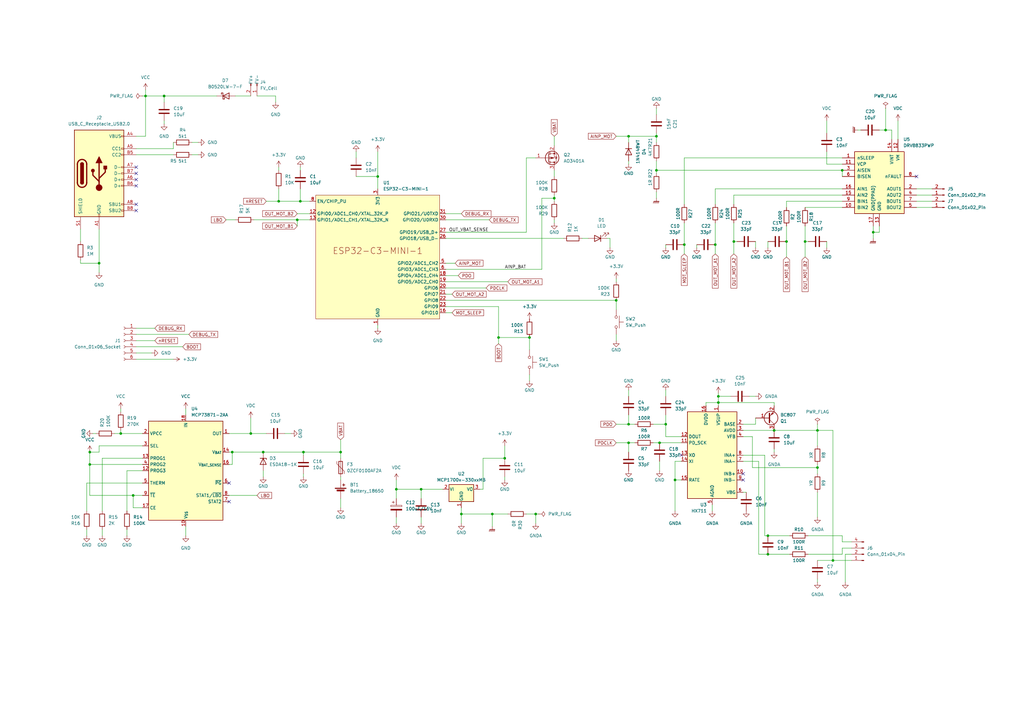
<source format=kicad_sch>
(kicad_sch (version 20230121) (generator eeschema)
  (paper "A3")
  (title_block (title "DPS krmítka"))
  (junction (at 102.87 177.8))
  (junction (at 335.28 176.53))
  (junction (at 204.47 138.43))
  (junction (at 317.5 176.53))
  (junction (at 294.64 162.56))
  (junction (at 189.23 210.82))
  (junction (at 314.96 219.71))
  (junction (at 273.05 173.99))
  (junction (at 335.28 191.77))
  (junction (at 269.24 55.88))
  (junction (at 269.24 69.85))
  (junction (at 322.58 99.06))
  (junction (at 300.99 99.06))
  (junction (at 293.37 100.33))
  (junction (at 294.64 165.1))
  (junction (at 257.81 181.61))
  (junction (at 257.81 173.99))
  (junction (at 139.7 185.42))
  (junction (at 49.53 177.8))
  (junction (at 217.17 138.43))
  (junction (at 252.73 123.19))
  (junction (at 95.25 185.42))
  (junction (at 162.56 200.66))
  (junction (at 363.22 53.34))
  (junction (at 345.44 69.85))
  (junction (at 36.83 190.5))
  (junction (at 280.67 100.33))
  (junction (at 172.72 200.66))
  (junction (at 154.94 72.39))
  (junction (at 121.92 90.17))
  (junction (at 330.2 99.06))
  (junction (at 257.81 55.88))
  (junction (at 124.46 185.42))
  (junction (at 107.95 185.42))
  (junction (at 341.63 229.87))
  (junction (at 358.14 95.25))
  (junction (at 67.31 39.37))
  (junction (at 123.19 82.55))
  (junction (at 40.64 107.95))
  (junction (at 59.69 39.37))
  (junction (at 201.93 210.82))
  (junction (at 54.61 203.2))
  (junction (at 219.71 210.82))
  (junction (at 207.01 187.96))
  (junction (at 270.51 181.61))
  (junction (at 114.3 82.55))
  (junction (at 276.86 196.85))
  (junction (at 36.83 185.42))
  (junction (at 227.33 81.28))
  (junction (at 314.96 227.33))
  (no_connect (at 93.98 198.12))
  (no_connect (at 279.4 186.69))
  (no_connect (at 55.88 86.36))
  (no_connect (at 55.88 73.66))
  (no_connect (at 304.8 196.85))
  (no_connect (at 55.88 68.58))
  (no_connect (at 93.98 205.74))
  (no_connect (at 304.8 194.31))
  (no_connect (at 55.88 71.12))
  (no_connect (at 55.88 76.2))
  (no_connect (at 375.92 72.39))
  (no_connect (at 55.88 83.82))
  (wire (pts (xy 317.5 176.53) (xy 335.28 176.53)))
  (wire (pts (xy 162.56 214.63) (xy 162.56 212.09)))
  (wire (pts (xy 335.28 191.77) (xy 335.28 190.5)))
  (wire (pts (xy 250.19 101.6) (xy 250.19 97.79)))
  (wire (pts (xy 58.42 187.96) (xy 41.91 187.96)))
  (wire (pts (xy 294.64 162.56) (xy 294.64 165.1)))
  (wire (pts (xy 105.41 39.37) (xy 113.03 39.37)))
  (wire (pts (xy 375.92 85.09) (xy 382.27 85.09)))
  (wire (pts (xy 46.99 177.8) (xy 49.53 177.8)))
  (wire (pts (xy 58.42 203.2) (xy 54.61 203.2)))
  (wire (pts (xy 330.2 99.06) (xy 330.2 92.71)))
  (wire (pts (xy 339.09 62.23) (xy 339.09 67.31)))
  (wire (pts (xy 227.33 81.28) (xy 227.33 80.01)))
  (wire (pts (xy 300.99 83.82) (xy 300.99 80.01)))
  (wire (pts (xy 322.58 92.71) (xy 322.58 99.06)))
  (wire (pts (xy 222.25 81.28) (xy 227.33 81.28)))
  (wire (pts (xy 36.83 190.5) (xy 36.83 203.2)))
  (wire (pts (xy 38.1 177.8) (xy 39.37 177.8)))
  (wire (pts (xy 200.66 90.17) (xy 182.88 90.17)))
  (wire (pts (xy 273.05 173.99) (xy 273.05 179.07)))
  (wire (pts (xy 339.09 67.31) (xy 345.44 67.31)))
  (wire (pts (xy 358.14 97.79) (xy 358.14 95.25)))
  (wire (pts (xy 227.33 91.44) (xy 227.33 90.17)))
  (wire (pts (xy 257.81 181.61) (xy 260.35 181.61)))
  (wire (pts (xy 95.25 185.42) (xy 107.95 185.42)))
  (wire (pts (xy 139.7 180.34) (xy 139.7 185.42)))
  (wire (pts (xy 345.44 219.71) (xy 331.47 219.71)))
  (wire (pts (xy 139.7 196.85) (xy 139.7 195.58)))
  (wire (pts (xy 113.03 41.91) (xy 113.03 39.37)))
  (wire (pts (xy 300.99 99.06) (xy 300.99 91.44)))
  (wire (pts (xy 257.81 55.88) (xy 269.24 55.88)))
  (wire (pts (xy 96.52 39.37) (xy 102.87 39.37)))
  (wire (pts (xy 154.94 134.62) (xy 154.94 133.35)))
  (wire (pts (xy 257.81 170.18) (xy 257.81 173.99)))
  (wire (pts (xy 280.67 100.33) (xy 280.67 104.14)))
  (wire (pts (xy 33.02 106.68) (xy 33.02 107.95)))
  (wire (pts (xy 349.25 227.33) (xy 346.71 227.33)))
  (wire (pts (xy 363.22 44.45) (xy 363.22 53.34)))
  (wire (pts (xy 358.14 95.25) (xy 358.14 92.71)))
  (wire (pts (xy 293.37 100.33) (xy 293.37 104.14)))
  (wire (pts (xy 217.17 138.43) (xy 217.17 143.51)))
  (wire (pts (xy 123.19 77.47) (xy 123.19 82.55)))
  (wire (pts (xy 67.31 41.91) (xy 67.31 39.37)))
  (wire (pts (xy 309.88 171.45) (xy 309.88 173.99)))
  (wire (pts (xy 289.56 166.37) (xy 289.56 165.1)))
  (wire (pts (xy 40.64 111.76) (xy 40.64 107.95)))
  (wire (pts (xy 365.76 53.34) (xy 365.76 57.15)))
  (wire (pts (xy 267.97 181.61) (xy 270.51 181.61)))
  (wire (pts (xy 207.01 187.96) (xy 198.12 187.96)))
  (wire (pts (xy 252.73 114.3) (xy 252.73 115.57)))
  (wire (pts (xy 49.53 177.8) (xy 58.42 177.8)))
  (wire (pts (xy 114.3 82.55) (xy 123.19 82.55)))
  (wire (pts (xy 154.94 62.23) (xy 154.94 72.39)))
  (wire (pts (xy 227.33 55.88) (xy 227.33 59.69)))
  (wire (pts (xy 58.42 39.37) (xy 59.69 39.37)))
  (wire (pts (xy 102.87 177.8) (xy 102.87 171.45)))
  (wire (pts (xy 220.98 210.82) (xy 219.71 210.82)))
  (wire (pts (xy 304.8 189.23) (xy 311.15 189.23)))
  (wire (pts (xy 322.58 99.06) (xy 322.58 105.41)))
  (wire (pts (xy 40.64 93.98) (xy 40.64 107.95)))
  (wire (pts (xy 257.81 173.99) (xy 260.35 173.99)))
  (wire (pts (xy 252.73 137.16) (xy 252.73 139.7)))
  (wire (pts (xy 189.23 210.82) (xy 201.93 210.82)))
  (wire (pts (xy 55.88 142.24) (xy 74.93 142.24)))
  (wire (pts (xy 208.28 115.57) (xy 182.88 115.57)))
  (wire (pts (xy 273.05 160.02) (xy 273.05 162.56)))
  (wire (pts (xy 289.56 165.1) (xy 294.64 165.1)))
  (wire (pts (xy 55.88 63.5) (xy 71.12 63.5)))
  (wire (pts (xy 139.7 208.28) (xy 139.7 204.47)))
  (wire (pts (xy 279.4 189.23) (xy 276.86 189.23)))
  (wire (pts (xy 219.71 210.82) (xy 219.71 214.63)))
  (wire (pts (xy 71.12 60.96) (xy 71.12 58.42)))
  (wire (pts (xy 299.72 162.56) (xy 294.64 162.56)))
  (wire (pts (xy 198.12 200.66) (xy 196.85 200.66)))
  (wire (pts (xy 189.23 210.82) (xy 189.23 214.63)))
  (wire (pts (xy 345.44 222.25) (xy 345.44 219.71)))
  (wire (pts (xy 182.88 110.49) (xy 222.25 110.49)))
  (wire (pts (xy 41.91 219.71) (xy 41.91 217.17)))
  (wire (pts (xy 59.69 39.37) (xy 67.31 39.37)))
  (wire (pts (xy 95.25 185.42) (xy 95.25 190.5)))
  (wire (pts (xy 257.81 160.02) (xy 257.81 162.56)))
  (wire (pts (xy 293.37 77.47) (xy 345.44 77.47)))
  (wire (pts (xy 269.24 54.61) (xy 269.24 55.88)))
  (wire (pts (xy 217.17 153.67) (xy 217.17 156.21)))
  (wire (pts (xy 52.07 193.04) (xy 52.07 209.55)))
  (wire (pts (xy 360.68 95.25) (xy 358.14 95.25)))
  (wire (pts (xy 199.39 118.11) (xy 182.88 118.11)))
  (wire (pts (xy 363.22 53.34) (xy 365.76 53.34)))
  (wire (pts (xy 124.46 195.58) (xy 124.46 194.31)))
  (wire (pts (xy 36.83 185.42) (xy 36.83 190.5)))
  (wire (pts (xy 54.61 203.2) (xy 54.61 208.28)))
  (wire (pts (xy 345.44 227.33) (xy 331.47 227.33)))
  (wire (pts (xy 335.28 191.77) (xy 308.61 191.77)))
  (wire (pts (xy 114.3 68.58) (xy 114.3 69.85)))
  (wire (pts (xy 248.92 97.79) (xy 250.19 97.79)))
  (wire (pts (xy 311.15 227.33) (xy 314.96 227.33)))
  (wire (pts (xy 172.72 204.47) (xy 172.72 200.66)))
  (wire (pts (xy 182.88 123.19) (xy 252.73 123.19)))
  (wire (pts (xy 55.88 137.16) (xy 77.47 137.16)))
  (wire (pts (xy 257.81 55.88) (xy 257.81 58.42)))
  (wire (pts (xy 52.07 219.71) (xy 52.07 217.17)))
  (wire (pts (xy 322.58 82.55) (xy 322.58 85.09)))
  (wire (pts (xy 341.63 176.53) (xy 335.28 176.53)))
  (wire (pts (xy 219.71 64.77) (xy 215.9 64.77)))
  (wire (pts (xy 335.28 194.31) (xy 335.28 191.77)))
  (wire (pts (xy 317.5 185.42) (xy 317.5 184.15)))
  (wire (pts (xy 93.98 177.8) (xy 102.87 177.8)))
  (wire (pts (xy 317.5 166.37) (xy 317.5 165.1)))
  (wire (pts (xy 314.96 227.33) (xy 323.85 227.33)))
  (wire (pts (xy 67.31 50.8) (xy 67.31 49.53)))
  (wire (pts (xy 345.44 82.55) (xy 322.58 82.55)))
  (wire (pts (xy 330.2 99.06) (xy 330.2 105.41)))
  (wire (pts (xy 345.44 69.85) (xy 345.44 72.39)))
  (wire (pts (xy 285.75 101.6) (xy 285.75 100.33)))
  (wire (pts (xy 335.28 229.87) (xy 341.63 229.87)))
  (wire (pts (xy 269.24 55.88) (xy 269.24 58.42)))
  (wire (pts (xy 76.2 167.64) (xy 76.2 170.18)))
  (wire (pts (xy 185.42 120.65) (xy 182.88 120.65)))
  (wire (pts (xy 335.28 176.53) (xy 335.28 182.88)))
  (wire (pts (xy 162.56 196.85) (xy 162.56 200.66)))
  (wire (pts (xy 78.74 63.5) (xy 81.28 63.5)))
  (wire (pts (xy 104.14 90.17) (xy 121.92 90.17)))
  (wire (pts (xy 280.67 64.77) (xy 345.44 64.77)))
  (wire (pts (xy 109.22 82.55) (xy 114.3 82.55)))
  (wire (pts (xy 55.88 60.96) (xy 71.12 60.96)))
  (wire (pts (xy 114.3 77.47) (xy 114.3 82.55)))
  (wire (pts (xy 54.61 203.2) (xy 36.83 203.2)))
  (wire (pts (xy 123.19 82.55) (xy 127 82.55)))
  (wire (pts (xy 215.9 210.82) (xy 219.71 210.82)))
  (wire (pts (xy 35.56 209.55) (xy 35.56 198.12)))
  (wire (pts (xy 35.56 198.12) (xy 58.42 198.12)))
  (wire (pts (xy 252.73 55.88) (xy 257.81 55.88)))
  (wire (pts (xy 215.9 64.77) (xy 215.9 95.25)))
  (wire (pts (xy 207.01 196.85) (xy 207.01 195.58)))
  (wire (pts (xy 95.25 185.42) (xy 93.98 185.42)))
  (wire (pts (xy 252.73 181.61) (xy 257.81 181.61)))
  (wire (pts (xy 123.19 68.58) (xy 123.19 69.85)))
  (wire (pts (xy 314.96 101.6) (xy 314.96 99.06)))
  (wire (pts (xy 182.88 95.25) (xy 215.9 95.25)))
  (wire (pts (xy 351.79 53.34) (xy 353.06 53.34)))
  (wire (pts (xy 257.81 67.31) (xy 257.81 66.04)))
  (wire (pts (xy 349.25 224.79) (xy 345.44 224.79)))
  (wire (pts (xy 189.23 210.82) (xy 189.23 208.28)))
  (wire (pts (xy 109.22 177.8) (xy 102.87 177.8)))
  (wire (pts (xy 172.72 200.66) (xy 181.61 200.66)))
  (wire (pts (xy 146.05 72.39) (xy 154.94 72.39)))
  (wire (pts (xy 121.92 90.17) (xy 127 90.17)))
  (wire (pts (xy 292.1 207.01) (xy 292.1 209.55)))
  (wire (pts (xy 309.88 101.6) (xy 309.88 99.06)))
  (wire (pts (xy 59.69 55.88) (xy 55.88 55.88)))
  (wire (pts (xy 267.97 173.99) (xy 273.05 173.99)))
  (wire (pts (xy 121.92 92.71) (xy 121.92 90.17)))
  (wire (pts (xy 294.64 161.29) (xy 294.64 162.56)))
  (wire (pts (xy 204.47 125.73) (xy 204.47 138.43)))
  (wire (pts (xy 314.96 219.71) (xy 323.85 219.71)))
  (wire (pts (xy 360.68 53.34) (xy 363.22 53.34)))
  (wire (pts (xy 280.67 64.77) (xy 280.67 83.82)))
  (wire (pts (xy 273.05 170.18) (xy 273.05 173.99)))
  (wire (pts (xy 201.93 210.82) (xy 201.93 215.9)))
  (wire (pts (xy 36.83 190.5) (xy 58.42 190.5)))
  (wire (pts (xy 273.05 179.07) (xy 279.4 179.07)))
  (wire (pts (xy 33.02 107.95) (xy 40.64 107.95)))
  (wire (pts (xy 81.28 58.42) (xy 78.74 58.42)))
  (wire (pts (xy 41.91 187.96) (xy 41.91 209.55)))
  (wire (pts (xy 293.37 77.47) (xy 293.37 83.82)))
  (wire (pts (xy 105.41 203.2) (xy 93.98 203.2)))
  (wire (pts (xy 185.42 128.27) (xy 182.88 128.27)))
  (wire (pts (xy 269.24 44.45) (xy 269.24 46.99)))
  (wire (pts (xy 33.02 93.98) (xy 33.02 99.06)))
  (wire (pts (xy 55.88 147.32) (xy 71.12 147.32)))
  (wire (pts (xy 339.09 49.53) (xy 339.09 54.61)))
  (wire (pts (xy 311.15 189.23) (xy 311.15 227.33)))
  (wire (pts (xy 92.71 90.17) (xy 96.52 90.17)))
  (wire (pts (xy 76.2 215.9) (xy 76.2 219.71)))
  (wire (pts (xy 304.8 176.53) (xy 317.5 176.53)))
  (wire (pts (xy 162.56 200.66) (xy 162.56 204.47)))
  (wire (pts (xy 95.25 190.5) (xy 93.98 190.5)))
  (wire (pts (xy 335.28 173.99) (xy 335.28 176.53)))
  (wire (pts (xy 55.88 139.7) (xy 63.5 139.7)))
  (wire (pts (xy 257.81 185.42) (xy 257.81 181.61)))
  (wire (pts (xy 40.64 182.88) (xy 58.42 182.88)))
  (wire (pts (xy 40.64 185.42) (xy 36.83 185.42)))
  (wire (pts (xy 276.86 196.85) (xy 279.4 196.85)))
  (wire (pts (xy 293.37 91.44) (xy 293.37 100.33)))
  (wire (pts (xy 341.63 229.87) (xy 349.25 229.87)))
  (wire (pts (xy 121.92 87.63) (xy 127 87.63)))
  (wire (pts (xy 55.88 134.62) (xy 63.5 134.62)))
  (wire (pts (xy 35.56 219.71) (xy 35.56 217.17)))
  (wire (pts (xy 308.61 179.07) (xy 304.8 179.07)))
  (wire (pts (xy 314.96 219.71) (xy 313.69 219.71)))
  (wire (pts (xy 139.7 185.42) (xy 124.46 185.42)))
  (wire (pts (xy 341.63 176.53) (xy 341.63 229.87)))
  (wire (pts (xy 317.5 165.1) (xy 294.64 165.1)))
  (wire (pts (xy 252.73 123.19) (xy 252.73 127)))
  (wire (pts (xy 124.46 186.69) (xy 124.46 185.42)))
  (wire (pts (xy 270.51 193.04) (xy 270.51 189.23)))
  (wire (pts (xy 252.73 173.99) (xy 257.81 173.99)))
  (wire (pts (xy 276.86 209.55) (xy 276.86 196.85)))
  (wire (pts (xy 187.96 113.03) (xy 182.88 113.03)))
  (wire (pts (xy 360.68 92.71) (xy 360.68 95.25)))
  (wire (pts (xy 269.24 78.74) (xy 269.24 81.28)))
  (wire (pts (xy 182.88 125.73) (xy 204.47 125.73)))
  (wire (pts (xy 269.24 71.12) (xy 269.24 69.85)))
  (wire (pts (xy 67.31 39.37) (xy 88.9 39.37)))
  (wire (pts (xy 309.88 162.56) (xy 307.34 162.56)))
  (wire (pts (xy 40.64 182.88) (xy 40.64 185.42)))
  (wire (pts (xy 335.28 212.09) (xy 335.28 201.93)))
  (wire (pts (xy 273.05 101.6) (xy 273.05 100.33)))
  (wire (pts (xy 349.25 222.25) (xy 345.44 222.25)))
  (wire (pts (xy 309.88 173.99) (xy 304.8 173.99)))
  (wire (pts (xy 58.42 193.04) (xy 52.07 193.04)))
  (wire (pts (xy 154.94 72.39) (xy 154.94 77.47)))
  (wire (pts (xy 182.88 87.63) (xy 189.23 87.63)))
  (wire (pts (xy 335.28 238.76) (xy 335.28 237.49)))
  (wire (pts (xy 345.44 224.79) (xy 345.44 227.33)))
  (wire (pts (xy 146.05 62.23) (xy 146.05 64.77)))
  (wire (pts (xy 107.95 185.42) (xy 124.46 185.42)))
  (wire (pts (xy 207.01 182.88) (xy 207.01 187.96)))
  (wire (pts (xy 162.56 200.66) (xy 172.72 200.66)))
  (wire (pts (xy 270.51 181.61) (xy 279.4 181.61)))
  (wire (pts (xy 294.64 165.1) (xy 294.64 166.37)))
  (wire (pts (xy 375.92 80.01) (xy 382.27 80.01)))
  (wire (pts (xy 238.76 97.79) (xy 241.3 97.79)))
  (wire (pts (xy 308.61 191.77) (xy 308.61 179.07)))
  (wire (pts (xy 54.61 208.28) (xy 58.42 208.28)))
  (wire (pts (xy 204.47 140.97) (xy 204.47 138.43)))
  (wire (pts (xy 375.92 82.55) (xy 382.27 82.55)))
  (wire (pts (xy 276.86 189.23) (xy 276.86 196.85)))
  (wire (pts (xy 280.67 91.44) (xy 280.67 100.33)))
  (wire (pts (xy 107.95 195.58) (xy 107.95 193.04)))
  (wire (pts (xy 59.69 39.37) (xy 59.69 55.88)))
  (wire (pts (xy 300.99 80.01) (xy 345.44 80.01)))
  (wire (pts (xy 227.33 72.39) (xy 227.33 69.85)))
  (wire (pts (xy 49.53 168.91) (xy 49.53 167.64)))
  (wire (pts (xy 198.12 187.96) (xy 198.12 200.66)))
  (wire (pts (xy 375.92 77.47) (xy 382.27 77.47)))
  (wire (pts (xy 172.72 214.63) (xy 172.72 212.09)))
  (wire (pts (xy 300.99 104.14) (xy 300.99 99.06)))
  (wire (pts (xy 306.07 201.93) (xy 304.8 201.93)))
  (wire (pts (xy 59.69 36.83) (xy 59.69 39.37)))
  (wire (pts (xy 49.53 177.8) (xy 49.53 176.53)))
  (wire (pts (xy 186.69 107.95) (xy 182.88 107.95)))
  (wire (pts (xy 204.47 138.43) (xy 217.17 138.43)))
  (wire (pts (xy 346.71 227.33) (xy 346.71 238.76)))
  (wire (pts (xy 313.69 186.69) (xy 313.69 219.71)))
  (wire (pts (xy 368.3 49.53) (xy 368.3 57.15)))
  (wire (pts (xy 330.2 85.09) (xy 345.44 85.09)))
  (wire (pts (xy 331.47 99.06) (xy 330.2 99.06)))
  (wire (pts (xy 139.7 187.96) (xy 139.7 185.42)))
  (wire (pts (xy 119.38 177.8) (xy 116.84 177.8)))
  (wire (pts (xy 222.25 81.28) (xy 222.25 110.49)))
  (wire (pts (xy 304.8 186.69) (xy 313.69 186.69)))
  (wire (pts (xy 55.88 144.78) (xy 62.23 144.78)))
  (wire (pts (xy 201.93 210.82) (xy 208.28 210.82)))
  (wire (pts (xy 269.24 66.04) (xy 269.24 69.85)))
  (wire (pts (xy 339.09 101.6) (xy 339.09 99.06)))
  (wire (pts (xy 182.88 97.79) (xy 231.14 97.79)))
  (wire (pts (xy 269.24 69.85) (xy 345.44 69.85)))
  (wire (pts (xy 302.26 99.06) (xy 300.99 99.06)))
  (wire (pts (xy 227.33 82.55) (xy 227.33 81.28)))
  (label "AINP_BAT" (at 207.01 110.49 0))
  (label "OUT_VBAT_SENSE" (at 184.15 95.25 0))
  (global_label "OUT_MOT_A1" (shape input) (at 208.28 115.57 0) (property "Intersheetrefs" "${INTERSHEET_REFS}" (effects hide)))
  (global_label "PDCLK" (shape input) (at 252.73 181.61 180) (property "Intersheetrefs" "${INTERSHEET_REFS}" (effects hide)))
  (global_label "VBAT" (shape input) (at 139.7 180.34 90) (property "Intersheetrefs" "${INTERSHEET_REFS}" (effects hide)))
  (global_label "DEBUG_TX" (shape input) (at 77.47 137.16 0) (property "Intersheetrefs" "${INTERSHEET_REFS}" (effects hide)))
  (global_label "OUT_MOT_A2" (shape input) (at 300.99 104.14 270) (property "Intersheetrefs" "${INTERSHEET_REFS}" (effects hide)))
  (global_label "nRESET" (shape input) (at 63.5 139.7 0) (property "Intersheetrefs" "${INTERSHEET_REFS}" (effects hide)))
  (global_label "AINP_MOT" (shape input) (at 252.73 55.88 180) (property "Intersheetrefs" "${INTERSHEET_REFS}" (effects hide)))
  (global_label "DEBUG_TX" (shape input) (at 200.66 90.17 0) (property "Intersheetrefs" "${INTERSHEET_REFS}" (effects hide)))
  (global_label "OUT_MOT_B2" (shape input) (at 330.2 105.41 270) (property "Intersheetrefs" "${INTERSHEET_REFS}" (effects hide)))
  (global_label "PDCLK" (shape input) (at 199.39 118.11 0) (property "Intersheetrefs" "${INTERSHEET_REFS}" (effects hide)))
  (global_label "PDO" (shape input) (at 187.96 113.03 0) (property "Intersheetrefs" "${INTERSHEET_REFS}" (effects hide)))
  (global_label "DEBUG_RX" (shape input) (at 189.23 87.63 0) (property "Intersheetrefs" "${INTERSHEET_REFS}" (effects hide)))
  (global_label "VBAT" (shape input) (at 227.33 55.88 90) (property "Intersheetrefs" "${INTERSHEET_REFS}" (effects hide)))
  (global_label "LBO" (shape input) (at 105.41 203.2 0) (property "Intersheetrefs" "${INTERSHEET_REFS}" (effects hide)))
  (global_label "OUT_MOT_B1" (shape input) (at 121.92 92.71 180) (property "Intersheetrefs" "${INTERSHEET_REFS}" (effects hide)))
  (global_label "AINP_MOT" (shape input) (at 186.69 107.95 0) (property "Intersheetrefs" "${INTERSHEET_REFS}" (effects hide)))
  (global_label "LBO" (shape input) (at 92.71 90.17 180) (property "Intersheetrefs" "${INTERSHEET_REFS}" (effects hide)))
  (global_label "PDO" (shape input) (at 252.73 173.99 180) (property "Intersheetrefs" "${INTERSHEET_REFS}" (effects hide)))
  (global_label "OUT_MOT_A2" (shape input) (at 185.42 120.65 0) (property "Intersheetrefs" "${INTERSHEET_REFS}" (effects hide)))
  (global_label "OUT_MOT_A1" (shape input) (at 293.37 104.14 270) (property "Intersheetrefs" "${INTERSHEET_REFS}" (effects hide)))
  (global_label "DEBUG_RX" (shape input) (at 63.5 134.62 0) (property "Intersheetrefs" "${INTERSHEET_REFS}" (effects hide)))
  (global_label "MOT_SLEEP" (shape input) (at 280.67 104.14 270) (property "Intersheetrefs" "${INTERSHEET_REFS}" (effects hide)))
  (global_label "BOOT" (shape input) (at 204.47 140.97 270) (property "Intersheetrefs" "${INTERSHEET_REFS}" (effects hide)))
  (global_label "OUT_MOT_B2" (shape input) (at 121.92 87.63 180) (property "Intersheetrefs" "${INTERSHEET_REFS}" (effects hide)))
  (global_label "OUT_MOT_B1" (shape input) (at 322.58 105.41 270) (property "Intersheetrefs" "${INTERSHEET_REFS}" (effects hide)))
  (global_label "MOT_SLEEP" (shape input) (at 185.42 128.27 0) (property "Intersheetrefs" "${INTERSHEET_REFS}" (effects hide)))
  (global_label "nRESET" (shape input) (at 109.22 82.55 180) (property "Intersheetrefs" "${INTERSHEET_REFS}" (effects hide)))
  (global_label "BOOT" (shape input) (at 74.93 142.24 0) (property "Intersheetrefs" "${INTERSHEET_REFS}" (effects hide)))
  (symbol (lib_id "power:PWR_FLAG") (at 220.98 210.82 270) (unit 1)
    (property "Reference" "#FLG03" (effects hide))
    (property "Value" "PWR_FLAG" (at 224.79 210.82 90) (effects (justify left)))
    (instances (project "krmitko" (path "" (reference "#FLG03") (unit 1))) (project "krmitko_kompletni" (path "" (reference "#FLG03") (unit 1))) (project "dvirka" (path "" (reference "#FLG04") (unit 1))))
  )
  (symbol (lib_id "power:GNDA") (at 306.07 209.55 0) (unit 1)
    (property "Reference" "#PWR015" (effects hide))
    (property "Value" "GNDA" (at 306.07 214.63 0))
  )
  (symbol (lib_id "Connector:Conn_01x06_Socket") (at 50.8 139.7 0) (mirror y) (unit 1)
    (property "Reference" "J1" (at 49.53 139.7 0) (effects (justify left)))
    (property "Value" "Conn_01x06_Socket" (at 49.53 142.24 0) (effects (justify left)))
    (property "Footprint" "Connector_PinHeader_2.54mm:PinHeader_1x06_P2.54mm_Vertical" (effects hide))
    (instances (project "krmitko" (path "" (reference "J1") (unit 1))) (project "krmitko_kompletni" (path "" (reference "J1") (unit 1))) (project "dvirka" (path "" (reference "J2") (unit 1))))
  )
  (symbol (lib_name "GND_3") (lib_id "power:GND") (at 257.81 160.02 180) (unit 1)
    (property "Reference" "#PWR019" (effects hide))
    (property "Value" "GND" (at 257.81 156.21 0))
    (instances (project "krmitko" (path "" (reference "#PWR019") (unit 1))) (project "krmitko_kompletni" (path "" (reference "#PWR019") (unit 1))) (project "dvirka" (path "" (reference "#PWR051") (unit 1))))
  )
  (symbol (lib_name "GND_3") (lib_id "power:GND") (at 252.73 139.7 0) (mirror y) (unit 1)
    (property "Reference" "#PWR025" (effects hide))
    (property "Value" "GND" (at 252.73 143.51 0))
    (instances (project "krmitko" (path "" (reference "#PWR025") (unit 1))) (project "krmitko_kompletni" (path "" (reference "#PWR025") (unit 1))) (project "dvirka" (path "" (reference "#PWR066") (unit 1))))
  )
  (symbol (lib_id "Device:R") (at 327.66 227.33 90) (unit 1)
    (property "Reference" "R11" (at 327.66 224.79 90))
    (property "Value" "100R" (at 327.66 229.87 90))
    (property "Footprint" "Resistor_SMD:R_0805_2012Metric_Pad1.20x1.40mm_HandSolder" (effects hide))
    (instances (project "krmitko" (path "" (reference "R11") (unit 1))) (project "krmitko_kompletni" (path "" (reference "R11") (unit 1))) (project "dvirka" (path "" (reference "R21") (unit 1))))
  )
  (symbol (lib_id "power:GNDA") (at 276.86 209.55 0) (unit 1)
    (property "Reference" "#PWR017" (effects hide))
    (property "Value" "GNDA" (at 276.86 214.63 0))
  )
  (symbol (lib_id "Device:R") (at 49.53 172.72 180) (unit 1)
    (property "Reference" "R19" (at 52.07 171.45 0) (effects (justify right)))
    (property "Value" "270K" (at 52.07 173.99 0) (effects (justify right)))
    (property "Footprint" "Resistor_SMD:R_0805_2012Metric_Pad1.20x1.40mm_HandSolder" (effects hide))
    (instances (project "krmitko" (path "" (reference "R19") (unit 1))) (project "krmitko_kompletni" (path "" (reference "R19") (unit 1))) (project "dvirka" (path "" (reference "R17") (unit 1))))
  )
  (symbol (lib_id "Device:R") (at 264.16 181.61 270) (unit 1)
    (property "Reference" "R7" (at 264.16 184.15 90))
    (property "Value" "100R" (at 264.16 179.07 90))
    (property "Footprint" "Resistor_SMD:R_0805_2012Metric_Pad1.20x1.40mm_HandSolder" (effects hide))
    (instances (project "krmitko" (path "" (reference "R7") (unit 1))) (project "krmitko_kompletni" (path "" (reference "R7") (unit 1))) (project "dvirka" (path "" (reference "R21") (unit 1))))
  )
  (symbol (lib_id "Regulator_Linear:MCP1700x-330xxMB") (at 189.23 200.66 0) (unit 1)
    (property "Reference" "U2" (at 189.23 194.31 0))
    (property "Value" "MCP1700x-330xxMB" (at 189.23 196.85 0))
    (property "Footprint" "Package_TO_SOT_SMD:SOT-89-3" (effects hide))
    (property "Datasheet" "http://ww1.microchip.com/downloads/en/DeviceDoc/20001826D.pdf" (effects hide))
  )
  (symbol (lib_id "power:+3.3V") (at 252.73 114.3 0) (unit 1)
    (property "Reference" "#PWR027" (effects hide))
    (property "Value" "+3.3V" (at 252.73 109.22 0))
    (instances (project "krmitko" (path "" (reference "#PWR027") (unit 1))) (project "krmitko_kompletni" (path "" (reference "#PWR027") (unit 1))) (project "dvirka" (path "" (reference "#PWR065") (unit 1))))
  )
  (symbol (lib_id "Device:C") (at 306.07 99.06 90) (unit 1)
    (property "Reference" "C23" (at 306.07 91.44 90))
    (property "Value" "33pF" (at 306.07 93.98 90))
    (property "Footprint" "Capacitor_SMD:C_0805_2012Metric_Pad1.18x1.45mm_HandSolder" (effects hide))
    (instances (project "krmitko" (path "" (reference "C23") (unit 1))) (project "krmitko_kompletni" (path "" (reference "C23") (unit 1))) (project "dvirka" (path "" (reference "C16") (unit 1))))
  )
  (symbol (lib_name "GND_3") (lib_id "power:GND") (at 38.1 177.8 270) (mirror x) (unit 1)
    (property "Reference" "#PWR049" (effects hide))
    (property "Value" "GND" (at 34.29 177.8 0))
    (instances (project "krmitko" (path "" (reference "#PWR049") (unit 1))) (project "krmitko_kompletni" (path "" (reference "#PWR049") (unit 1))) (project "dvirka" (path "" (reference "#PWR066") (unit 1))))
  )
  (symbol (lib_id "Device:C") (at 67.31 45.72 0) (unit 1)
    (property "Reference" "C19" (at 71.12 44.45 0) (effects (justify left)))
    (property "Value" "10uF" (at 71.12 46.99 0) (effects (justify left)))
    (property "Footprint" "Capacitor_SMD:C_0805_2012Metric_Pad1.18x1.45mm_HandSolder" (effects hide))
    (instances (project "krmitko" (path "" (reference "C19") (unit 1))) (project "krmitko_kompletni" (path "" (reference "C19") (unit 1))) (project "dvirka" (path "" (reference "C1") (unit 1))))
  )
  (symbol (lib_id "Transistor_FET:AO3401A") (at 224.79 64.77 0) (mirror x) (unit 1)
    (property "Reference" "Q2" (at 231.14 63.5 0) (effects (justify left)))
    (property "Value" "AO3401A" (at 231.14 66.04 0) (effects (justify left)))
    (property "Footprint" "Package_TO_SOT_SMD:SOT-23" (effects hide))
    (property "Datasheet" "http://www.aosmd.com/pdfs/datasheet/AO3401A.pdf" (effects hide))
  )
  (symbol (lib_id "Diode:1N4148WT") (at 257.81 62.23 270) (unit 1)
    (property "Reference" "D4" (at 264.16 62.23 0))
    (property "Value" "1N4148WT" (at 261.62 62.23 0))
    (property "Footprint" "Diode_SMD:D_SOD-123F" (effects hide))
    (property "Datasheet" "https://www.diodes.com/assets/Datasheets/ds30396.pdf" (effects hide))
    (property "Sim.Device" "D" (effects hide))
    (property "Sim.Pins" "1=K 2=A" (effects hide))
    (instances (project "krmitko" (path "" (reference "D4") (unit 1))) (project "krmitko_kompletni" (path "" (reference "D4") (unit 1))) (project "dvirka" (path "" (reference "D5") (unit 1))))
  )
  (symbol (lib_name "GND_3") (lib_id "power:GND") (at 273.05 160.02 180) (unit 1)
    (property "Reference" "#PWR035" (effects hide))
    (property "Value" "GND" (at 273.05 156.21 0))
    (instances (project "krmitko" (path "" (reference "#PWR035") (unit 1))) (project "krmitko_kompletni" (path "" (reference "#PWR035") (unit 1))) (project "dvirka" (path "" (reference "#PWR051") (unit 1))))
  )
  (symbol (lib_id "Device:LED") (at 245.11 97.79 180) (unit 1)
    (property "Reference" "D1" (at 246.6975 90.17 0))
    (property "Value" "LED" (at 246.6975 92.71 0))
    (property "Footprint" "LED_SMD:LED_1210_3225Metric_Pad1.42x2.65mm_HandSolder" (effects hide))
  )
  (symbol (lib_id "Device:R") (at 269.24 74.93 0) (unit 1)
    (property "Reference" "R22" (at 266.7 71.12 90))
    (property "Value" "1R" (at 266.7 74.93 90))
    (property "Footprint" "Resistor_SMD:R_0805_2012Metric_Pad1.20x1.40mm_HandSolder" (effects hide))
    (instances (project "krmitko" (path "" (reference "R22") (unit 1))) (project "krmitko_kompletni" (path "" (reference "R22") (unit 1))) (project "dvirka" (path "" (reference "R11") (unit 1))))
  )
  (symbol (lib_id "Device:C") (at 317.5 180.34 180) (unit 1)
    (property "Reference" "C8" (at 321.31 179.07 0) (effects (justify right)))
    (property "Value" "10uF" (at 321.31 181.61 0) (effects (justify right)))
    (property "Footprint" "Capacitor_SMD:C_0805_2012Metric_Pad1.18x1.45mm_HandSolder" (effects hide))
    (instances (project "krmitko" (path "" (reference "C8") (unit 1))) (project "krmitko_kompletni" (path "" (reference "C8") (unit 1))) (project "dvirka" (path "" (reference "C1") (unit 1))))
  )
  (symbol (lib_id "Device:R") (at 74.93 58.42 90) (unit 1)
    (property "Reference" "R4" (at 74.93 53.34 90))
    (property "Value" "5k1" (at 74.93 55.88 90))
    (property "Footprint" "Resistor_SMD:R_0805_2012Metric_Pad1.20x1.40mm_HandSolder" (effects hide))
    (instances (project "krmitko" (path "" (reference "R4") (unit 1))) (project "krmitko_kompletni" (path "" (reference "R4") (unit 1))) (project "dvirka" (path "" (reference "R1") (unit 1))))
  )
  (symbol (lib_id "Device:R") (at 52.07 213.36 180) (unit 1)
    (property "Reference" "R14" (at 54.61 212.09 0) (effects (justify right)))
    (property "Value" "100K" (at 54.61 214.63 0) (effects (justify right)))
    (property "Footprint" "Resistor_SMD:R_0805_2012Metric_Pad1.20x1.40mm_HandSolder" (effects hide))
    (instances (project "krmitko" (path "" (reference "R14") (unit 1))) (project "krmitko_kompletni" (path "" (reference "R14") (unit 1))) (project "dvirka" (path "" (reference "R17") (unit 1))))
  )
  (symbol (lib_id "power:GNDA") (at 317.5 185.42 0) (unit 1)
    (property "Reference" "#PWR021" (effects hide))
    (property "Value" "GNDA" (at 317.5 190.5 0))
  )
  (symbol (lib_name "VDC_1") (lib_id "power:VDC") (at 368.3 49.53 0) (unit 1)
    (property "Reference" "#PWR045" (effects hide))
    (property "Value" "VDC" (at 368.3 44.45 0))
  )
  (symbol (lib_id "Device:C") (at 172.72 208.28 180) (unit 1)
    (property "Reference" "C13" (at 176.53 207.01 0) (effects (justify right)))
    (property "Value" "10nF" (at 176.53 209.55 0) (effects (justify right)))
    (property "Footprint" "Capacitor_SMD:C_0805_2012Metric_Pad1.18x1.45mm_HandSolder" (effects hide))
    (instances (project "krmitko" (path "" (reference "C13") (unit 1))) (project "krmitko_kompletni" (path "" (reference "C13") (unit 1))) (project "dvirka" (path "" (reference "C1") (unit 1))))
  )
  (symbol (lib_id "Device:C") (at 113.03 177.8 90) (unit 1)
    (property "Reference" "C15" (at 113.03 170.18 90))
    (property "Value" "10uF" (at 113.03 172.72 90))
    (property "Footprint" "Capacitor_SMD:C_0805_2012Metric_Pad1.18x1.45mm_HandSolder" (effects hide))
    (instances (project "krmitko" (path "" (reference "C15") (unit 1))) (project "krmitko_kompletni" (path "" (reference "C15") (unit 1))) (project "dvirka" (path "" (reference "C1") (unit 1))))
  )
  (symbol (lib_id "power:GND") (at 62.23 144.78 90) (unit 1)
    (property "Reference" "#PWR06" (effects hide))
    (property "Value" "GND" (at 66.04 144.78 90) (effects (justify right)))
  )
  (symbol (lib_name "GND_3") (lib_id "power:GND") (at 227.33 91.44 0) (mirror y) (unit 1)
    (property "Reference" "#PWR056" (effects hide))
    (property "Value" "GND" (at 227.33 95.25 0))
    (instances (project "krmitko" (path "" (reference "#PWR056") (unit 1))) (project "krmitko_kompletni" (path "" (reference "#PWR056") (unit 1))) (project "dvirka" (path "" (reference "#PWR066") (unit 1))))
  )
  (symbol (lib_name "GND_3") (lib_id "power:GND") (at 257.81 193.04 0) (unit 1)
    (property "Reference" "#PWR018" (effects hide))
    (property "Value" "GND" (at 257.81 196.85 0))
    (instances (project "krmitko" (path "" (reference "#PWR018") (unit 1))) (project "krmitko_kompletni" (path "" (reference "#PWR018") (unit 1))) (project "dvirka" (path "" (reference "#PWR051") (unit 1))))
  )
  (symbol (lib_name "GND_3") (lib_id "power:GND") (at 146.05 62.23 180) (unit 1)
    (property "Reference" "#PWR03" (effects hide))
    (property "Value" "GND" (at 146.05 58.42 0))
    (instances (project "krmitko" (path "" (reference "#PWR03") (unit 1))) (project "krmitko_kompletni" (path "" (reference "#PWR03") (unit 1))) (project "dvirka" (path "" (reference "#PWR059") (unit 1))))
  )
  (symbol (lib_id "Device:C") (at 303.53 162.56 270) (unit 1)
    (property "Reference" "C25" (at 303.53 154.94 90))
    (property "Value" "10nF" (at 303.53 157.48 90))
    (property "Footprint" "Capacitor_SMD:C_0805_2012Metric_Pad1.18x1.45mm_HandSolder" (effects hide))
    (instances (project "krmitko" (path "" (reference "C25") (unit 1))) (project "krmitko_kompletni" (path "" (reference "C25") (unit 1))) (project "dvirka" (path "" (reference "C1") (unit 1))))
  )
  (symbol (lib_name "GND_3") (lib_id "power:GND") (at 119.38 177.8 90) (mirror x) (unit 1)
    (property "Reference" "#PWR037" (effects hide))
    (property "Value" "GND" (at 123.19 177.8 0))
    (instances (project "krmitko" (path "" (reference "#PWR037") (unit 1))) (project "krmitko_kompletni" (path "" (reference "#PWR037") (unit 1))) (project "dvirka" (path "" (reference "#PWR066") (unit 1))))
  )
  (symbol (lib_id "Transistor_BJT:BC807") (at 314.96 171.45 0) (mirror x) (unit 1)
    (property "Reference" "Q1" (at 320.04 172.72 0) (effects (justify left)))
    (property "Value" "BC807" (at 320.04 170.18 0) (effects (justify left)))
    (property "Footprint" "Package_TO_SOT_SMD:SOT-23" (effects hide))
    (property "Datasheet" "https://www.onsemi.com/pub/Collateral/BC808-D.pdf" (effects hide))
  )
  (symbol (lib_id "power:GNDA") (at 346.71 238.76 0) (unit 1)
    (property "Reference" "#PWR023" (effects hide))
    (property "Value" "GNDA" (at 346.71 243.84 0))
  )
  (symbol (lib_id "power:VCC") (at 36.83 185.42 0) (unit 1)
    (property "Reference" "#PWR052" (effects hide))
    (property "Value" "VCC" (at 36.83 180.34 0))
  )
  (symbol (lib_id "power:GNDA") (at 309.88 162.56 90) (unit 1)
    (property "Reference" "#PWR036" (effects hide))
    (property "Value" "GNDA" (at 313.69 162.56 90) (effects (justify right)))
  )
  (symbol (lib_id "power:VCC") (at 59.69 36.83 0) (unit 1)
    (property "Reference" "#PWR048" (effects hide))
    (property "Value" "VCC" (at 59.69 31.75 0))
  )
  (symbol (lib_id "Device:C") (at 273.05 166.37 0) (unit 1)
    (property "Reference" "C24" (at 276.86 165.1 0) (effects (justify left)))
    (property "Value" "33pF" (at 276.86 167.64 0) (effects (justify left)))
    (property "Footprint" "Capacitor_SMD:C_0805_2012Metric_Pad1.18x1.45mm_HandSolder" (effects hide))
    (instances (project "krmitko" (path "" (reference "C24") (unit 1))) (project "krmitko_kompletni" (path "" (reference "C24") (unit 1))) (project "dvirka" (path "" (reference "C16") (unit 1))))
  )
  (symbol (lib_id "power:GNDA") (at 219.71 214.63 0) (unit 1)
    (property "Reference" "#PWR066" (effects hide))
    (property "Value" "GNDA" (at 219.71 219.71 0))
  )
  (symbol (lib_id "Battery_Management:MCP73871-2AA") (at 76.2 193.04 0) (unit 1)
    (property "Reference" "U4" (at 78.3941 167.64 0) (effects (justify left)))
    (property "Value" "MCP73871-2AA" (at 78.3941 170.18 0) (effects (justify left)))
    (property "Footprint" "Package_DFN_QFN:QFN-20-1EP_4x4mm_P0.5mm_EP2.5x2.5mm" (effects hide))
    (property "Datasheet" "http://www.mouser.com/ds/2/268/22090a-52174.pdf" (effects hide))
  )
  (symbol (lib_id "Device:C") (at 314.96 223.52 180) (unit 1)
    (property "Reference" "C9" (at 318.77 222.25 0) (effects (justify right)))
    (property "Value" "10nF" (at 318.77 224.79 0) (effects (justify right)))
    (property "Footprint" "Capacitor_SMD:C_0805_2012Metric_Pad1.18x1.45mm_HandSolder" (effects hide))
  )
  (symbol (lib_id "Switch:SW_Push") (at 252.73 132.08 270) (unit 1)
    (property "Reference" "SW2" (at 256.54 130.81 90) (effects (justify left)))
    (property "Value" "SW_Push" (at 256.54 133.35 90) (effects (justify left)))
    (property "Footprint" "Button_Switch_THT:SW_Tactile_SPST_Angled_PTS645Vx58-2LFS" (effects hide))
    (instances (project "krmitko" (path "" (reference "SW2") (unit 1))) (project "krmitko_kompletni" (path "" (reference "SW2") (unit 1))) (project "dvirka" (path "" (reference "SW1") (unit 1))))
  )
  (symbol (lib_name "VDC_1") (lib_id "power:VDC") (at 162.56 196.85 0) (unit 1)
    (property "Reference" "#PWR062" (effects hide))
    (property "Value" "VDC" (at 162.56 191.77 0))
  )
  (symbol (lib_id "Device:R") (at 300.99 87.63 0) (unit 1)
    (property "Reference" "R25" (at 303.53 87.63 90))
    (property "Value" "100R" (at 298.45 87.63 90))
    (property "Footprint" "Resistor_SMD:R_0805_2012Metric_Pad1.20x1.40mm_HandSolder" (effects hide))
    (instances (project "krmitko" (path "" (reference "R25") (unit 1))) (project "krmitko_kompletni" (path "" (reference "R25") (unit 1))) (project "dvirka" (path "" (reference "R22") (unit 1))))
  )
  (symbol (lib_name "GND_3") (lib_id "power:GND") (at 139.7 208.28 0) (mirror y) (unit 1)
    (property "Reference" "#PWR032" (effects hide))
    (property "Value" "GND" (at 139.7 212.09 0))
    (instances (project "krmitko" (path "" (reference "#PWR032") (unit 1))) (project "krmitko_kompletni" (path "" (reference "#PWR032") (unit 1))) (project "dvirka" (path "" (reference "#PWR066") (unit 1))))
  )
  (symbol (lib_id "Device:R") (at 43.18 177.8 270) (unit 1)
    (property "Reference" "R20" (at 41.91 175.26 0) (effects (justify right)))
    (property "Value" "100K" (at 44.45 175.26 0) (effects (justify right)))
    (property "Footprint" "Resistor_SMD:R_0805_2012Metric_Pad1.20x1.40mm_HandSolder" (effects hide))
    (instances (project "krmitko" (path "" (reference "R20") (unit 1))) (project "krmitko_kompletni" (path "" (reference "R20") (unit 1))) (project "dvirka" (path "" (reference "R17") (unit 1))))
  )
  (symbol (lib_id "Device:R") (at 322.58 88.9 0) (unit 1)
    (property "Reference" "R2" (at 325.12 88.9 90))
    (property "Value" "100R" (at 320.04 88.9 90))
    (property "Footprint" "Resistor_SMD:R_0805_2012Metric_Pad1.20x1.40mm_HandSolder" (effects hide))
    (instances (project "krmitko" (path "" (reference "R2") (unit 1))) (project "krmitko_kompletni" (path "" (reference "R2") (unit 1))) (project "dvirka" (path "" (reference "R21") (unit 1))))
  )
  (symbol (lib_id "Device:R") (at 234.95 97.79 270) (unit 1)
    (property "Reference" "R12" (at 233.68 95.25 0) (effects (justify right)))
    (property "Value" "1K" (at 236.22 95.25 0) (effects (justify right)))
    (property "Footprint" "Resistor_SMD:R_0805_2012Metric_Pad1.20x1.40mm_HandSolder" (effects hide))
    (instances (project "krmitko" (path "" (reference "R12") (unit 1))) (project "krmitko_kompletni" (path "" (reference "R12") (unit 1))) (project "dvirka" (path "" (reference "R17") (unit 1))))
  )
  (symbol (lib_id "power:PWR_FLAG") (at 363.22 44.45 0) (unit 1)
    (property "Reference" "#FLG04" (effects hide))
    (property "Value" "PWR_FLAG" (at 363.22 39.37 0))
  )
  (symbol (lib_id "Device:C") (at 257.81 189.23 0) (unit 1)
    (property "Reference" "C5" (at 261.62 187.96 0) (effects (justify left)))
    (property "Value" "33pF" (at 261.62 190.5 0) (effects (justify left)))
    (property "Footprint" "Capacitor_SMD:C_0805_2012Metric_Pad1.18x1.45mm_HandSolder" (effects hide))
    (instances (project "krmitko" (path "" (reference "C5") (unit 1))) (project "krmitko_kompletni" (path "" (reference "C5") (unit 1))) (project "dvirka" (path "" (reference "C16") (unit 1))))
  )
  (symbol (lib_id "Switch:SW_Push") (at 217.17 148.59 270) (unit 1)
    (property "Reference" "SW1" (at 220.98 147.32 90) (effects (justify left)))
    (property "Value" "SW_Push" (at 220.98 149.86 90) (effects (justify left)))
    (property "Footprint" "Button_Switch_THT:SW_Tactile_SPST_Angled_PTS645Vx58-2LFS" (effects hide))
  )
  (symbol (lib_id "power:+3.3V") (at 114.3 68.58 0) (unit 1)
    (property "Reference" "#PWR02" (effects hide))
    (property "Value" "+3.3V" (at 114.3 63.5 0))
    (instances (project "krmitko" (path "" (reference "#PWR02") (unit 1))) (project "krmitko_kompletni" (path "" (reference "#PWR02") (unit 1))) (project "dvirka" (path "" (reference "#PWR033") (unit 1))))
  )
  (symbol (lib_id "Connector:USB_C_Receptacle_USB2.0") (at 40.64 71.12 0) (unit 1)
    (property "Reference" "J2" (at 40.64 48.26 0))
    (property "Value" "USB_C_Receptacle_USB2.0" (at 40.64 50.8 0))
    (property "Footprint" "Connector_USB:USB_C_Receptacle_GCT_USB4105-xx-A_16P_TopMnt_Horizontal" (effects hide))
    (property "Datasheet" "https://www.usb.org/sites/default/files/documents/usb_type-c.zip" (effects hide))
    (instances (project "krmitko" (path "" (reference "J2") (unit 1))) (project "krmitko_kompletni" (path "" (reference "J2") (unit 1))) (project "dvirka" (path "" (reference "J1") (unit 1))))
  )
  (symbol (lib_name "GND_3") (lib_id "power:GND") (at 189.23 214.63 0) (mirror y) (unit 1)
    (property "Reference" "#PWR064" (effects hide))
    (property "Value" "GND" (at 189.23 218.44 0))
    (instances (project "krmitko" (path "" (reference "#PWR064") (unit 1))) (project "krmitko_kompletni" (path "" (reference "#PWR064") (unit 1))) (project "dvirka" (path "" (reference "#PWR066") (unit 1))))
  )
  (symbol (lib_id "power:GND") (at 76.2 219.71 0) (unit 1)
    (property "Reference" "#PWR044" (effects hide))
    (property "Value" "GND" (at 76.2 224.79 0))
    (instances (project "krmitko" (path "" (reference "#PWR044") (unit 1))) (project "krmitko_kompletni" (path "" (reference "#PWR044") (unit 1))) (project "dvirka" (path "" (reference "#PWR032") (unit 1))))
  )
  (symbol (lib_id "power:+3.3V") (at 154.94 62.23 0) (unit 1)
    (property "Reference" "#PWR04" (effects hide))
    (property "Value" "+3.3V" (at 154.94 57.15 0))
    (instances (project "krmitko" (path "" (reference "#PWR04") (unit 1))) (project "krmitko_kompletni" (path "" (reference "#PWR04") (unit 1))) (project "dvirka" (path "" (reference "#PWR031") (unit 1))))
  )
  (symbol (lib_name "GND_3") (lib_id "power:GND") (at 207.01 196.85 0) (mirror y) (unit 1)
    (property "Reference" "#PWR067" (effects hide))
    (property "Value" "GND" (at 207.01 200.66 0))
    (instances (project "krmitko" (path "" (reference "#PWR067") (unit 1))) (project "krmitko_kompletni" (path "" (reference "#PWR067") (unit 1))) (project "dvirka" (path "" (reference "#PWR066") (unit 1))))
  )
  (symbol (lib_id "Device:R") (at 227.33 76.2 0) (unit 1)
    (property "Reference" "R28" (at 224.79 77.47 0) (effects (justify right)))
    (property "Value" "100K" (at 224.79 74.93 0) (effects (justify right)))
    (property "Footprint" "Resistor_SMD:R_0805_2012Metric_Pad1.20x1.40mm_HandSolder" (effects hide))
    (instances (project "krmitko" (path "" (reference "R28") (unit 1))) (project "krmitko_kompletni" (path "" (reference "R28") (unit 1))) (project "dvirka" (path "" (reference "R31") (unit 1))))
  )
  (symbol (lib_name "GND_3") (lib_id "power:GND") (at 41.91 219.71 0) (mirror y) (unit 1)
    (property "Reference" "#PWR031" (effects hide))
    (property "Value" "GND" (at 41.91 223.52 0))
    (instances (project "krmitko" (path "" (reference "#PWR031") (unit 1))) (project "krmitko_kompletni" (path "" (reference "#PWR031") (unit 1))) (project "dvirka" (path "" (reference "#PWR066") (unit 1))))
  )
  (symbol (lib_name "GND_3") (lib_id "power:GND") (at 269.24 44.45 180) (unit 1)
    (property "Reference" "#PWR058" (effects hide))
    (property "Value" "GND" (at 269.24 40.64 0))
    (instances (project "krmitko" (path "" (reference "#PWR058") (unit 1))) (project "krmitko_kompletni" (path "" (reference "#PWR058") (unit 1))) (project "dvirka" (path "" (reference "#PWR022") (unit 1))))
  )
  (symbol (lib_id "power:+3.3V") (at 207.01 182.88 0) (unit 1)
    (property "Reference" "#PWR068" (effects hide))
    (property "Value" "+3.3V" (at 207.01 177.8 0))
  )
  (symbol (lib_id "Device:R") (at 212.09 210.82 90) (unit 1)
    (property "Reference" "R30" (at 213.36 213.36 0) (effects (justify right)))
    (property "Value" "0R" (at 210.82 213.36 0) (effects (justify right)))
    (property "Footprint" "Resistor_SMD:R_0805_2012Metric_Pad1.20x1.40mm_HandSolder" (effects hide))
    (instances (project "krmitko" (path "" (reference "R30") (unit 1))) (project "krmitko_kompletni" (path "" (reference "R30") (unit 1))) (project "dvirka" (path "" (reference "R17") (unit 1))))
  )
  (symbol (lib_id "Device:R") (at 217.17 134.62 0) (unit 1)
    (property "Reference" "R13" (at 214.63 135.89 0) (effects (justify right)))
    (property "Value" "100K" (at 214.63 133.35 0) (effects (justify right)))
    (property "Footprint" "Resistor_SMD:R_0805_2012Metric_Pad1.20x1.40mm_HandSolder" (effects hide))
    (instances (project "krmitko" (path "" (reference "R13") (unit 1))) (project "krmitko_kompletni" (path "" (reference "R13") (unit 1))) (project "dvirka" (path "" (reference "R31") (unit 1))))
  )
  (symbol (lib_id "Device:R") (at 114.3 73.66 180) (unit 1)
    (property "Reference" "R1" (at 116.84 72.39 0) (effects (justify right)))
    (property "Value" "10K" (at 116.84 74.93 0) (effects (justify right)))
    (property "Footprint" "Resistor_SMD:R_0805_2012Metric_Pad1.20x1.40mm_HandSolder" (effects hide))
    (instances (project "krmitko" (path "" (reference "R1") (unit 1))) (project "krmitko_kompletni" (path "" (reference "R1") (unit 1))) (project "dvirka" (path "" (reference "R17") (unit 1))))
  )
  (symbol (lib_name "GND_3") (lib_id "power:GND") (at 314.96 101.6 0) (unit 1)
    (property "Reference" "#PWR09" (effects hide))
    (property "Value" "GND" (at 314.96 105.41 0))
    (instances (project "krmitko" (path "" (reference "#PWR09") (unit 1))) (project "krmitko_kompletni" (path "" (reference "#PWR09") (unit 1))) (project "dvirka" (path "" (reference "#PWR051") (unit 1))))
  )
  (symbol (lib_name "GND_3") (lib_id "power:GND") (at 257.81 67.31 0) (unit 1)
    (property "Reference" "#PWR057" (effects hide))
    (property "Value" "GND" (at 257.81 71.12 0))
    (instances (project "krmitko" (path "" (reference "#PWR057") (unit 1))) (project "krmitko_kompletni" (path "" (reference "#PWR057") (unit 1))) (project "dvirka" (path "" (reference "#PWR049") (unit 1))))
  )
  (symbol (lib_id "Analog_ADC:HX711") (at 292.1 186.69 0) (mirror y) (unit 1)
    (property "Reference" "U3" (at 289.9059 207.01 0) (effects (justify left)))
    (property "Value" "HX711" (at 289.9059 209.55 0) (effects (justify left)))
    (property "Footprint" "Package_SO:SOP-16_3.9x9.9mm_P1.27mm" (effects hide))
    (property "Datasheet" "https://cdn.sparkfun.com/datasheets/Sensors/ForceFlex/hx711_english.pdf" (effects hide))
  )
  (symbol (lib_name "GND_3") (lib_id "power:GND") (at 123.19 68.58 0) (mirror x) (unit 1)
    (property "Reference" "#PWR01" (effects hide))
    (property "Value" "GND" (at 123.19 64.77 0))
    (instances (project "krmitko" (path "" (reference "#PWR01") (unit 1))) (project "krmitko_kompletni" (path "" (reference "#PWR01") (unit 1))) (project "dvirka" (path "" (reference "#PWR034") (unit 1))))
  )
  (symbol (lib_id "Device:R") (at 264.16 173.99 270) (unit 1)
    (property "Reference" "R6" (at 264.16 176.53 90))
    (property "Value" "100R" (at 264.16 171.45 90))
    (property "Footprint" "Resistor_SMD:R_0805_2012Metric_Pad1.20x1.40mm_HandSolder" (effects hide))
    (instances (project "krmitko" (path "" (reference "R6") (unit 1))) (project "krmitko_kompletni" (path "" (reference "R6") (unit 1))) (project "dvirka" (path "" (reference "R21") (unit 1))))
  )
  (symbol (lib_name "GND_3") (lib_id "power:GND") (at 273.05 101.6 0) (unit 1)
    (property "Reference" "#PWR050" (effects hide))
    (property "Value" "GND" (at 273.05 105.41 0))
    (instances (project "krmitko" (path "" (reference "#PWR050") (unit 1))) (project "krmitko_kompletni" (path "" (reference "#PWR050") (unit 1))) (project "dvirka" (path "" (reference "#PWR051") (unit 1))))
  )
  (symbol (lib_id "power:GND") (at 154.94 134.62 0) (unit 1)
    (property "Reference" "#PWR05" (effects hide))
    (property "Value" "GND" (at 154.94 139.7 0))
    (instances (project "krmitko" (path "" (reference "#PWR05") (unit 1))) (project "krmitko_kompletni" (path "" (reference "#PWR05") (unit 1))) (project "dvirka" (path "" (reference "#PWR032") (unit 1))))
  )
  (symbol (lib_id "Device:C") (at 269.24 50.8 0) (unit 1)
    (property "Reference" "C21" (at 276.86 50.8 90))
    (property "Value" "15nF" (at 274.32 50.8 90))
    (property "Footprint" "Capacitor_SMD:C_0805_2012Metric_Pad1.18x1.45mm_HandSolder" (effects hide))
    (instances (project "krmitko" (path "" (reference "C21") (unit 1))) (project "krmitko_kompletni" (path "" (reference "C21") (unit 1))) (project "dvirka" (path "" (reference "C10") (unit 1))))
  )
  (symbol (lib_name "GND_3") (lib_id "power:GND") (at 339.09 101.6 0) (unit 1)
    (property "Reference" "#PWR014" (effects hide))
    (property "Value" "GND" (at 339.09 105.41 0))
    (instances (project "krmitko" (path "" (reference "#PWR014") (unit 1))) (project "krmitko_kompletni" (path "" (reference "#PWR014") (unit 1))) (project "dvirka" (path "" (reference "#PWR051") (unit 1))))
  )
  (symbol (lib_id "Device:R") (at 33.02 102.87 180) (unit 1)
    (property "Reference" "R3" (at 35.56 101.6 0) (effects (justify right)))
    (property "Value" "1M" (at 35.56 104.14 0) (effects (justify right)))
    (property "Footprint" "Resistor_SMD:R_0805_2012Metric_Pad1.20x1.40mm_HandSolder" (effects hide))
  )
  (symbol (lib_id "PCM_Espressif:ESP32-C3-MINI-1") (at 154.94 105.41 0) (unit 1)
    (property "Reference" "U1" (at 157.1341 74.93 0) (effects (justify left)))
    (property "Value" "ESP32-C3-MINI-1" (at 157.1341 77.47 0) (effects (justify left)))
    (property "Footprint" "PCM_Espressif:ESP32-C3-MINI-1" (effects hide))
    (property "Datasheet" "https://www.espressif.com/sites/default/files/documentation/esp32-c3-mini-1_datasheet_en.pdf" (effects hide))
  )
  (symbol (lib_name "GND_3") (lib_id "power:GND") (at 217.17 156.21 0) (mirror y) (unit 1)
    (property "Reference" "#PWR028" (effects hide))
    (property "Value" "GND" (at 217.17 160.02 0))
    (instances (project "krmitko" (path "" (reference "#PWR028") (unit 1))) (project "krmitko_kompletni" (path "" (reference "#PWR028") (unit 1))) (project "dvirka" (path "" (reference "#PWR066") (unit 1))))
  )
  (symbol (lib_id "power:VCC") (at 49.53 167.64 0) (unit 1)
    (property "Reference" "#PWR042" (effects hide))
    (property "Value" "VCC" (at 49.53 162.56 0))
  )
  (symbol (lib_id "Device:C") (at 356.87 53.34 90) (unit 1)
    (property "Reference" "C20" (at 356.87 45.72 90))
    (property "Value" "10uF" (at 356.87 48.26 90))
    (property "Footprint" "Capacitor_SMD:C_0805_2012Metric_Pad1.18x1.45mm_HandSolder" (effects hide))
    (instances (project "krmitko" (path "" (reference "C20") (unit 1))) (project "krmitko_kompletni" (path "" (reference "C20") (unit 1))) (project "dvirka" (path "" (reference "C1") (unit 1))))
  )
  (symbol (lib_id "Device:C") (at 257.81 166.37 0) (unit 1)
    (property "Reference" "C4" (at 261.62 165.1 0) (effects (justify left)))
    (property "Value" "33pF" (at 261.62 167.64 0) (effects (justify left)))
    (property "Footprint" "Capacitor_SMD:C_0805_2012Metric_Pad1.18x1.45mm_HandSolder" (effects hide))
    (instances (project "krmitko" (path "" (reference "C4") (unit 1))) (project "krmitko_kompletni" (path "" (reference "C4") (unit 1))) (project "dvirka" (path "" (reference "C16") (unit 1))))
  )
  (symbol (lib_name "GND_3") (lib_id "power:GND") (at 250.19 101.6 0) (mirror y) (unit 1)
    (property "Reference" "#PWR039" (effects hide))
    (property "Value" "GND" (at 250.19 105.41 0))
    (instances (project "krmitko" (path "" (reference "#PWR039") (unit 1))) (project "krmitko_kompletni" (path "" (reference "#PWR039") (unit 1))) (project "dvirka" (path "" (reference "#PWR066") (unit 1))))
  )
  (symbol (lib_id "Device:R") (at 269.24 62.23 0) (unit 1)
    (property "Reference" "R21" (at 266.7 58.42 90))
    (property "Value" "4K7" (at 266.7 62.23 90))
    (property "Footprint" "Resistor_SMD:R_0805_2012Metric_Pad1.20x1.40mm_HandSolder" (effects hide))
    (instances (project "krmitko" (path "" (reference "R21") (unit 1))) (project "krmitko_kompletni" (path "" (reference "R21") (unit 1))) (project "dvirka" (path "" (reference "R12") (unit 1))))
  )
  (symbol (lib_id "power:GNDA") (at 335.28 212.09 0) (unit 1)
    (property "Reference" "#PWR024" (effects hide))
    (property "Value" "GNDA" (at 335.28 217.17 0))
  )
  (symbol (lib_id "Connector:Conn_01x02_Pin") (at 387.35 80.01 180) (unit 1)
    (property "Reference" "J5" (at 388.62 77.47 0) (effects (justify right)))
    (property "Value" "Conn_01x02_Pin" (at 388.62 80.01 0) (effects (justify right)))
    (property "Footprint" "Connector_Molex:Molex_KK-254_AE-6410-02A_1x02_P2.54mm_Vertical" (effects hide))
    (instances (project "krmitko" (path "" (reference "J5") (unit 1))) (project "krmitko_kompletni" (path "" (reference "J5") (unit 1))) (project "dvirka" (path "" (reference "J4") (unit 1))))
  )
  (symbol (lib_id "power:GNDPWR") (at 269.24 81.28 0) (unit 1)
    (property "Reference" "#PWR059" (effects hide))
    (property "Value" "GNDPWR" (effects hide))
    (instances (project "krmitko" (path "" (reference "#PWR059") (unit 1))) (project "krmitko_kompletni" (path "" (reference "#PWR059") (unit 1))) (project "dvirka" (path "" (reference "#PWR040") (unit 1))))
  )
  (symbol (lib_name "VDC_1") (lib_id "power:VDC") (at 102.87 171.45 0) (unit 1)
    (property "Reference" "#PWR038" (effects hide))
    (property "Value" "VDC" (at 102.87 166.37 0))
  )
  (symbol (lib_id "Device:R") (at 252.73 119.38 0) (unit 1)
    (property "Reference" "R23" (at 250.19 120.65 0) (effects (justify right)))
    (property "Value" "100K" (at 250.19 118.11 0) (effects (justify right)))
    (property "Footprint" "Resistor_SMD:R_0805_2012Metric_Pad1.20x1.40mm_HandSolder" (effects hide))
    (instances (project "krmitko" (path "" (reference "R23") (unit 1))) (project "krmitko_kompletni" (path "" (reference "R23") (unit 1))) (project "dvirka" (path "" (reference "R31") (unit 1))))
  )
  (symbol (lib_name "GND_3") (lib_id "power:GND") (at 107.95 195.58 0) (mirror y) (unit 1)
    (property "Reference" "#PWR022" (effects hide))
    (property "Value" "GND" (at 107.95 199.39 0))
    (instances (project "krmitko" (path "" (reference "#PWR022") (unit 1))) (project "krmitko_kompletni" (path "" (reference "#PWR022") (unit 1))) (project "dvirka" (path "" (reference "#PWR066") (unit 1))))
  )
  (symbol (lib_id "Device:C") (at 146.05 68.58 0) (unit 1)
    (property "Reference" "C2" (at 149.86 67.31 0) (effects (justify left)))
    (property "Value" "10nF" (at 149.86 69.85 0) (effects (justify left)))
    (property "Footprint" "Capacitor_SMD:C_0805_2012Metric_Pad1.18x1.45mm_HandSolder" (effects hide))
    (instances (project "krmitko" (path "" (reference "C2") (unit 1))) (project "krmitko_kompletni" (path "" (reference "C2") (unit 1))) (project "dvirka" (path "" (reference "C18") (unit 1))))
  )
  (symbol (lib_id "Diode:ESD5Zxx") (at 107.95 189.23 270) (unit 1)
    (property "Reference" "D3" (at 110.49 187.96 90) (effects (justify left)))
    (property "Value" "ESDA18-1K" (at 110.49 190.5 90) (effects (justify left)))
    (property "Footprint" "Diode_SMD:D_SMA" (effects hide))
    (property "Datasheet" "https://www.onsemi.com/pdf/datasheet/esd5z2.5t1-d.pdf" (effects hide))
    (instances (project "krmitko" (path "" (reference "D3") (unit 1))) (project "krmitko_kompletni" (path "" (reference "D3") (unit 1))) (project "dvirka" (path "" (reference "D1") (unit 1))))
  )
  (symbol (lib_id "Device:Battery_Cell") (at 139.7 201.93 0) (unit 1)
    (property "Reference" "BT1" (at 143.51 198.8185 0) (effects (justify left)))
    (property "Value" "Battery_18650" (at 143.51 201.3585 0) (effects (justify left)))
    (property "Footprint" "Battery:BatteryHolder_MPD_BH-18650-PC2" (effects hide))
  )
  (symbol (lib_id "Device:R") (at 227.33 86.36 0) (unit 1)
    (property "Reference" "R29" (at 224.79 87.63 0) (effects (justify right)))
    (property "Value" "100K" (at 224.79 85.09 0) (effects (justify right)))
    (property "Footprint" "Resistor_SMD:R_0805_2012Metric_Pad1.20x1.40mm_HandSolder" (effects hide))
    (instances (project "krmitko" (path "" (reference "R29") (unit 1))) (project "krmitko_kompletni" (path "" (reference "R29") (unit 1))) (project "dvirka" (path "" (reference "R31") (unit 1))))
  )
  (symbol (lib_id "power:+3.3V") (at 294.64 161.29 0) (unit 1)
    (property "Reference" "#PWR016" (effects hide))
    (property "Value" "+3.3V" (at 294.64 156.21 0))
    (instances (project "krmitko" (path "" (reference "#PWR016") (unit 1))) (project "krmitko_kompletni" (path "" (reference "#PWR016") (unit 1))) (project "dvirka" (path "" (reference "#PWR023") (unit 1))))
  )
  (symbol (lib_name "GND_3") (lib_id "power:GND") (at 270.51 193.04 0) (unit 1)
    (property "Reference" "#PWR034" (effects hide))
    (property "Value" "GND" (at 270.51 196.85 0))
    (instances (project "krmitko" (path "" (reference "#PWR034") (unit 1))) (project "krmitko_kompletni" (path "" (reference "#PWR034") (unit 1))) (project "dvirka" (path "" (reference "#PWR051") (unit 1))))
  )
  (symbol (lib_id "power:GND") (at 67.31 50.8 0) (unit 1)
    (property "Reference" "#PWR041" (effects hide))
    (property "Value" "GND" (at 67.31 55.88 0))
    (instances (project "krmitko" (path "" (reference "#PWR041") (unit 1))) (project "krmitko_kompletni" (path "" (reference "#PWR041") (unit 1))) (project "dvirka" (path "" (reference "#PWR032") (unit 1))))
  )
  (symbol (lib_name "GND_3") (lib_id "power:GND") (at 172.72 214.63 0) (mirror y) (unit 1)
    (property "Reference" "#PWR08" (effects hide))
    (property "Value" "GND" (at 172.72 218.44 0))
    (instances (project "krmitko" (path "" (reference "#PWR08") (unit 1))) (project "krmitko_kompletni" (path "" (reference "#PWR08") (unit 1))) (project "dvirka" (path "" (reference "#PWR066") (unit 1))))
  )
  (symbol (lib_id "power:VCC") (at 76.2 167.64 0) (unit 1)
    (property "Reference" "#PWR011" (effects hide))
    (property "Value" "VCC" (at 76.2 162.56 0))
  )
  (symbol (lib_id "Connector:Conn_01x04_Pin") (at 354.33 227.33 180) (unit 1)
    (property "Reference" "J6" (at 355.6 224.79 0) (effects (justify right)))
    (property "Value" "Conn_01x04_Pin" (at 355.6 227.33 0) (effects (justify right)))
    (property "Footprint" "Connector_Molex:Molex_KK-254_AE-6410-04A_1x04_P2.54mm_Vertical" (effects hide))
  )
  (symbol (lib_id "power:GND") (at 113.03 41.91 0) (unit 1)
    (property "Reference" "#PWR046" (effects hide))
    (property "Value" "GND" (at 113.03 46.99 0))
    (instances (project "krmitko" (path "" (reference "#PWR046") (unit 1))) (project "krmitko_kompletni" (path "" (reference "#PWR046") (unit 1))) (project "dvirka" (path "" (reference "#PWR032") (unit 1))))
  )
  (symbol (lib_id "Device:C") (at 335.28 233.68 180) (unit 1)
    (property "Reference" "C7" (at 339.09 232.41 0) (effects (justify right)))
    (property "Value" "10uF" (at 339.09 234.95 0) (effects (justify right)))
    (property "Footprint" "Capacitor_SMD:C_0805_2012Metric_Pad1.18x1.45mm_HandSolder" (effects hide))
    (instances (project "krmitko" (path "" (reference "C7") (unit 1))) (project "krmitko_kompletni" (path "" (reference "C7") (unit 1))) (project "dvirka" (path "" (reference "C1") (unit 1))))
  )
  (symbol (lib_name "GND_3") (lib_id "power:GND") (at 124.46 195.58 0) (mirror y) (unit 1)
    (property "Reference" "#PWR040" (effects hide))
    (property "Value" "GND" (at 124.46 199.39 0))
    (instances (project "krmitko" (path "" (reference "#PWR040") (unit 1))) (project "krmitko_kompletni" (path "" (reference "#PWR040") (unit 1))) (project "dvirka" (path "" (reference "#PWR066") (unit 1))))
  )
  (symbol (lib_id "Device:R") (at 335.28 198.12 0) (unit 1)
    (property "Reference" "R9" (at 337.82 198.12 90))
    (property "Value" "YR" (at 332.74 198.12 90))
    (property "Footprint" "Resistor_SMD:R_0805_2012Metric_Pad1.20x1.40mm_HandSolder" (effects hide))
    (instances (project "krmitko" (path "" (reference "R9") (unit 1))) (project "krmitko_kompletni" (path "" (reference "R9") (unit 1))) (project "dvirka" (path "" (reference "R21") (unit 1))))
  )
  (symbol (lib_id "power:GND") (at 40.64 111.76 0) (unit 1)
    (property "Reference" "#PWR010" (effects hide))
    (property "Value" "GND" (at 40.64 116.84 0))
    (instances (project "krmitko" (path "" (reference "#PWR010") (unit 1))) (project "krmitko_kompletni" (path "" (reference "#PWR010") (unit 1))) (project "dvirka" (path "" (reference "#PWR05") (unit 1))))
  )
  (symbol (lib_id "Device:D_Schottky") (at 92.71 39.37 0) (unit 1)
    (property "Reference" "D7" (at 92.3925 33.02 0))
    (property "Value" "B0520LW-7-F" (at 92.3925 35.56 0))
    (property "Footprint" "Diode_SMD:D_SOD-123" (effects hide))
  )
  (symbol (lib_id "Device:C") (at 339.09 58.42 180) (unit 1)
    (property "Reference" "C3" (at 342.9 57.15 0) (effects (justify right)))
    (property "Value" "10nF" (at 342.9 59.69 0) (effects (justify right)))
    (property "Footprint" "Capacitor_SMD:C_0805_2012Metric_Pad1.18x1.45mm_HandSolder" (effects hide))
    (instances (project "krmitko" (path "" (reference "C3") (unit 1))) (project "krmitko_kompletni" (path "" (reference "C3") (unit 1))) (project "dvirka" (path "" (reference "C15") (unit 1))))
  )
  (symbol (lib_id "Device:R") (at 74.93 63.5 90) (unit 1)
    (property "Reference" "R5" (at 71.12 66.04 90))
    (property "Value" "5k1" (at 74.93 66.04 90))
    (property "Footprint" "Resistor_SMD:R_0805_2012Metric_Pad1.20x1.40mm_HandSolder" (effects hide))
    (instances (project "krmitko" (path "" (reference "R5") (unit 1))) (project "krmitko_kompletni" (path "" (reference "R5") (unit 1))) (project "dvirka" (path "" (reference "R2") (unit 1))))
  )
  (symbol (lib_name "GND_3") (lib_id "power:GND") (at 285.75 101.6 0) (unit 1)
    (property "Reference" "#PWR061" (effects hide))
    (property "Value" "GND" (at 285.75 105.41 0))
    (instances (project "krmitko" (path "" (reference "#PWR061") (unit 1))) (project "krmitko_kompletni" (path "" (reference "#PWR061") (unit 1))) (project "dvirka" (path "" (reference "#PWR051") (unit 1))))
  )
  (symbol (lib_id "Device:C") (at 289.56 100.33 90) (unit 1)
    (property "Reference" "C22" (at 289.56 92.71 90))
    (property "Value" "33pF" (at 289.56 95.25 90))
    (property "Footprint" "Capacitor_SMD:C_0805_2012Metric_Pad1.18x1.45mm_HandSolder" (effects hide))
    (instances (project "krmitko" (path "" (reference "C22") (unit 1))) (project "krmitko_kompletni" (path "" (reference "C22") (unit 1))) (project "dvirka" (path "" (reference "C17") (unit 1))))
  )
  (symbol (lib_id "power:PWR_FLAG") (at 335.28 173.99 0) (unit 1)
    (property "Reference" "#FLG02" (effects hide))
    (property "Value" "PWR_FLAG" (at 335.28 168.91 0))
    (instances (project "krmitko" (path "" (reference "#FLG02") (unit 1))) (project "krmitko_kompletni" (path "" (reference "#FLG02") (unit 1))) (project "dvirka" (path "" (reference "#FLG04") (unit 1))))
  )
  (symbol (lib_id "Device:C") (at 276.86 100.33 90) (unit 1)
    (property "Reference" "C10" (at 276.86 92.71 90))
    (property "Value" "33pF" (at 276.86 95.25 90))
    (property "Footprint" "Capacitor_SMD:C_0805_2012Metric_Pad1.18x1.45mm_HandSolder" (effects hide))
    (instances (project "krmitko" (path "" (reference "C10") (unit 1))) (project "krmitko_kompletni" (path "" (reference "C10") (unit 1))) (project "dvirka" (path "" (reference "C17") (unit 1))))
  )
  (symbol (lib_id "Device:R") (at 35.56 213.36 0) (unit 1)
    (property "Reference" "R16" (at 33.02 214.63 0) (effects (justify right)))
    (property "Value" "10K" (at 33.02 212.09 0) (effects (justify right)))
    (property "Footprint" "Resistor_SMD:R_0805_2012Metric_Pad1.20x1.40mm_HandSolder" (effects hide))
    (instances (project "krmitko" (path "" (reference "R16") (unit 1))) (project "krmitko_kompletni" (path "" (reference "R16") (unit 1))) (project "dvirka" (path "" (reference "R17") (unit 1))))
  )
  (symbol (lib_id "power:GNDA") (at 335.28 238.76 0) (unit 1)
    (property "Reference" "#PWR020" (effects hide))
    (property "Value" "GNDA" (at 335.28 243.84 0))
  )
  (symbol (lib_id "Device:Polyfuse") (at 139.7 191.77 180) (unit 1)
    (property "Reference" "F3" (at 142.24 190.5 0) (effects (justify right)))
    (property "Value" "0ZCF0100AF2A" (at 142.24 193.04 0) (effects (justify right)))
    (property "Footprint" "Fuse:Fuse_2920_7451Metric_Pad2.10x5.45mm_HandSolder" (effects hide))
    (instances (project "krmitko" (path "" (reference "F3") (unit 1))) (project "krmitko_kompletni" (path "" (reference "F3") (unit 1))) (project "dvirka" (path "" (reference "F1") (unit 1))))
  )
  (symbol (lib_id "Device:C") (at 270.51 185.42 0) (unit 1)
    (property "Reference" "C18" (at 274.32 184.15 0) (effects (justify left)))
    (property "Value" "33pF" (at 274.32 186.69 0) (effects (justify left)))
    (property "Footprint" "Capacitor_SMD:C_0805_2012Metric_Pad1.18x1.45mm_HandSolder" (effects hide))
    (instances (project "krmitko" (path "" (reference "C18") (unit 1))) (project "krmitko_kompletni" (path "" (reference "C18") (unit 1))) (project "dvirka" (path "" (reference "C16") (unit 1))))
  )
  (symbol (lib_id "power:GNDPWR") (at 351.79 53.34 270) (unit 1)
    (property "Reference" "#PWR055" (effects hide))
    (property "Value" "GNDPWR" (effects hide))
    (instances (project "krmitko" (path "" (reference "#PWR055") (unit 1))) (project "krmitko_kompletni" (path "" (reference "#PWR055") (unit 1))) (project "dvirka" (path "" (reference "#PWR040") (unit 1))))
  )
  (symbol (lib_id "Device:R") (at 100.33 90.17 270) (unit 1)
    (property "Reference" "R17" (at 99.06 87.63 0) (effects (justify right)))
    (property "Value" "5K" (at 101.6 87.63 0) (effects (justify right)))
    (property "Footprint" "Resistor_SMD:R_0805_2012Metric_Pad1.20x1.40mm_HandSolder" (effects hide))
  )
  (symbol (lib_name "VDC_1") (lib_id "power:VDC") (at 339.09 49.53 0) (unit 1)
    (property "Reference" "#PWR053" (effects hide))
    (property "Value" "VDC" (at 339.09 44.45 0))
  )
  (symbol (lib_id "Device:C") (at 207.01 191.77 180) (unit 1)
    (property "Reference" "C11" (at 210.82 190.5 0) (effects (justify right)))
    (property "Value" "10uF" (at 210.82 193.04 0) (effects (justify right)))
    (property "Footprint" "Capacitor_SMD:C_0805_2012Metric_Pad1.18x1.45mm_HandSolder" (effects hide))
    (instances (project "krmitko" (path "" (reference "C11") (unit 1))) (project "krmitko_kompletni" (path "" (reference "C11") (unit 1))) (project "dvirka" (path "" (reference "C1") (unit 1))))
  )
  (symbol (lib_id "Device:R") (at 335.28 186.69 0) (unit 1)
    (property "Reference" "R8" (at 337.82 186.69 90))
    (property "Value" "XR" (at 332.74 186.69 90))
    (property "Footprint" "Resistor_SMD:R_0805_2012Metric_Pad1.20x1.40mm_HandSolder" (effects hide))
    (instances (project "krmitko" (path "" (reference "R8") (unit 1))) (project "krmitko_kompletni" (path "" (reference "R8") (unit 1))) (project "dvirka" (path "" (reference "R21") (unit 1))))
  )
  (symbol (lib_id "Device:C_Polarized") (at 162.56 208.28 0) (unit 1)
    (property "Reference" "C12" (at 166.37 206.121 0) (effects (justify left)))
    (property "Value" "100uF/16V" (at 166.37 208.661 0) (effects (justify left)))
    (property "Footprint" "Capacitor_SMD:CP_Elec_6.3x7.7" (effects hide))
    (instances (project "krmitko" (path "" (reference "C12") (unit 1))) (project "krmitko_kompletni" (path "" (reference "C12") (unit 1))) (project "dvirka" (path "" (reference "C3") (unit 1))))
  )
  (symbol (lib_id "power:GNDA") (at 292.1 209.55 0) (unit 1)
    (property "Reference" "#PWR029" (effects hide))
    (property "Value" "GNDA" (at 292.1 214.63 0))
  )
  (symbol (lib_id "Device:R") (at 41.91 213.36 180) (unit 1)
    (property "Reference" "R15" (at 44.45 212.09 0) (effects (justify right)))
    (property "Value" "2K" (at 44.45 214.63 0) (effects (justify right)))
    (property "Footprint" "Resistor_SMD:R_0805_2012Metric_Pad1.20x1.40mm_HandSolder" (effects hide))
    (instances (project "krmitko" (path "" (reference "R15") (unit 1))) (project "krmitko_kompletni" (path "" (reference "R15") (unit 1))) (project "dvirka" (path "" (reference "R17") (unit 1))))
  )
  (symbol (lib_name "GND_2") (lib_id "power:GND") (at 81.28 63.5 90) (unit 1)
    (property "Reference" "#PWR013" (effects hide))
    (property "Value" "GND" (at 85.09 63.5 90) (effects (justify right)))
    (instances (project "krmitko" (path "" (reference "#PWR013") (unit 1))) (project "krmitko_kompletni" (path "" (reference "#PWR013") (unit 1))) (project "dvirka" (path "" (reference "#PWR04") (unit 1))))
  )
  (symbol (lib_id "Device:C") (at 318.77 99.06 90) (unit 1)
    (property "Reference" "C14" (at 318.77 91.44 90))
    (property "Value" "33pF" (at 318.77 93.98 90))
    (property "Footprint" "Capacitor_SMD:C_0805_2012Metric_Pad1.18x1.45mm_HandSolder" (effects hide))
    (instances (project "krmitko" (path "" (reference "C14") (unit 1))) (project "krmitko_kompletni" (path "" (reference "C14") (unit 1))) (project "dvirka" (path "" (reference "C17") (unit 1))))
  )
  (symbol (lib_name "Conn_01x02_Pin_1") (lib_id "Connector:Conn_01x02_Pin") (at 105.41 34.29 270) (unit 1)
    (property "Reference" "J4" (at 106.68 33.655 90) (effects (justify left)))
    (property "Value" "FV_Cell" (at 106.68 36.195 90) (effects (justify left)))
    (property "Footprint" "Connector_Molex:Molex_KK-254_AE-6410-02A_1x02_P2.54mm_Vertical" (effects hide))
  )
  (symbol (lib_id "Device:R") (at 327.66 219.71 90) (unit 1)
    (property "Reference" "R10" (at 327.66 217.17 90))
    (property "Value" "100R" (at 327.66 222.25 90))
    (property "Footprint" "Resistor_SMD:R_0805_2012Metric_Pad1.20x1.40mm_HandSolder" (effects hide))
    (instances (project "krmitko" (path "" (reference "R10") (unit 1))) (project "krmitko_kompletni" (path "" (reference "R10") (unit 1))) (project "dvirka" (path "" (reference "R21") (unit 1))))
  )
  (symbol (lib_name "GND_3") (lib_id "power:GND") (at 309.88 101.6 0) (unit 1)
    (property "Reference" "#PWR063" (effects hide))
    (property "Value" "GND" (at 309.88 105.41 0))
    (instances (project "krmitko" (path "" (reference "#PWR063") (unit 1))) (project "krmitko_kompletni" (path "" (reference "#PWR063") (unit 1))) (project "dvirka" (path "" (reference "#PWR052") (unit 1))))
  )
  (symbol (lib_name "GND_3") (lib_id "power:GND") (at 52.07 219.71 0) (mirror y) (unit 1)
    (property "Reference" "#PWR030" (effects hide))
    (property "Value" "GND" (at 52.07 223.52 0))
    (instances (project "krmitko" (path "" (reference "#PWR030") (unit 1))) (project "krmitko_kompletni" (path "" (reference "#PWR030") (unit 1))) (project "dvirka" (path "" (reference "#PWR066") (unit 1))))
  )
  (symbol (lib_name "GND_3") (lib_id "power:GND") (at 35.56 219.71 0) (mirror y) (unit 1)
    (property "Reference" "#PWR043" (effects hide))
    (property "Value" "GND" (at 35.56 223.52 0))
    (instances (project "krmitko" (path "" (reference "#PWR043") (unit 1))) (project "krmitko_kompletni" (path "" (reference "#PWR043") (unit 1))) (project "dvirka" (path "" (reference "#PWR066") (unit 1))))
  )
  (symbol (lib_id "Device:R") (at 293.37 87.63 0) (unit 1)
    (property "Reference" "R24" (at 295.91 87.63 90))
    (property "Value" "100R" (at 290.83 87.63 90))
    (property "Footprint" "Resistor_SMD:R_0805_2012Metric_Pad1.20x1.40mm_HandSolder" (effects hide))
    (instances (project "krmitko" (path "" (reference "R24") (unit 1))) (project "krmitko_kompletni" (path "" (reference "R24") (unit 1))) (project "dvirka" (path "" (reference "R21") (unit 1))))
  )
  (symbol (lib_name "GND_3") (lib_id "power:GND") (at 162.56 214.63 0) (mirror y) (unit 1)
    (property "Reference" "#PWR033" (effects hide))
    (property "Value" "GND" (at 162.56 218.44 0))
    (instances (project "krmitko" (path "" (reference "#PWR033") (unit 1))) (project "krmitko_kompletni" (path "" (reference "#PWR033") (unit 1))) (project "dvirka" (path "" (reference "#PWR066") (unit 1))))
  )
  (symbol (lib_id "Device:C") (at 306.07 205.74 180) (unit 1)
    (property "Reference" "C6" (at 309.88 204.47 0) (effects (justify right)))
    (property "Value" "10nF" (at 309.88 207.01 0) (effects (justify right)))
    (property "Footprint" "Capacitor_SMD:C_0805_2012Metric_Pad1.18x1.45mm_HandSolder" (effects hide))
    (instances (project "krmitko" (path "" (reference "C6") (unit 1))) (project "krmitko_kompletni" (path "" (reference "C6") (unit 1))) (project "dvirka" (path "" (reference "C9") (unit 1))))
  )
  (symbol (lib_id "Device:R") (at 330.2 88.9 0) (unit 1)
    (property "Reference" "R18" (at 332.74 88.9 90))
    (property "Value" "100R" (at 327.66 88.9 90))
    (property "Footprint" "Resistor_SMD:R_0805_2012Metric_Pad1.20x1.40mm_HandSolder" (effects hide))
    (instances (project "krmitko" (path "" (reference "R18") (unit 1))) (project "krmitko_kompletni" (path "" (reference "R18") (unit 1))) (project "dvirka" (path "" (reference "R22") (unit 1))))
  )
  (symbol (lib_id "Driver_Motor:DRV8833PWP") (at 360.68 74.93 0) (unit 1)
    (property "Reference" "U5" (at 370.4941 57.15 0) (effects (justify left)))
    (property "Value" "DRV8833PWP" (at 370.4941 59.69 0) (effects (justify left)))
    (property "Footprint" "Package_SO:HTSSOP-16-1EP_4.4x5mm_P0.65mm_EP3.4x5mm_Mask2.46x2.31mm_ThermalVias" (effects hide))
    (property "Datasheet" "http://www.ti.com/lit/ds/symlink/drv8833.pdf" (effects hide))
  )
  (symbol (lib_id "power:GNDPWR") (at 358.14 97.79 0) (unit 1)
    (property "Reference" "#PWR060" (effects hide))
    (property "Value" "GNDPWR" (effects hide))
    (instances (project "krmitko" (path "" (reference "#PWR060") (unit 1))) (project "krmitko_kompletni" (path "" (reference "#PWR060") (unit 1))) (project "dvirka" (path "" (reference "#PWR040") (unit 1))))
  )
  (symbol (lib_id "Device:C") (at 335.28 99.06 90) (unit 1)
    (property "Reference" "C17" (at 335.28 91.44 90))
    (property "Value" "33pF" (at 335.28 93.98 90))
    (property "Footprint" "Capacitor_SMD:C_0805_2012Metric_Pad1.18x1.45mm_HandSolder" (effects hide))
    (instances (project "krmitko" (path "" (reference "C17") (unit 1))) (project "krmitko_kompletni" (path "" (reference "C17") (unit 1))) (project "dvirka" (path "" (reference "C16") (unit 1))))
  )
  (symbol (lib_id "Device:R") (at 280.67 87.63 0) (unit 1)
    (property "Reference" "R27" (at 283.21 87.63 90))
    (property "Value" "100R" (at 278.13 87.63 90))
    (property "Footprint" "Resistor_SMD:R_0805_2012Metric_Pad1.20x1.40mm_HandSolder" (effects hide))
    (instances (project "krmitko" (path "" (reference "R27") (unit 1))) (project "krmitko_kompletni" (path "" (reference "R27") (unit 1))) (project "dvirka" (path "" (reference "R21") (unit 1))))
  )
  (symbol (lib_id "power:+3.3V") (at 217.17 130.81 0) (unit 1)
    (property "Reference" "#PWR026" (effects hide))
    (property "Value" "+3.3V" (at 217.17 125.73 0))
    (instances (project "krmitko" (path "" (reference "#PWR026") (unit 1))) (project "krmitko_kompletni" (path "" (reference "#PWR026") (unit 1))) (project "dvirka" (path "" (reference "#PWR065") (unit 1))))
  )
  (symbol (lib_id "power:+3.3V") (at 71.12 147.32 270) (unit 1)
    (property "Reference" "#PWR07" (effects hide))
    (property "Value" "+3.3V" (at 74.93 147.32 90) (effects (justify left)))
    (instances (project "krmitko" (path "" (reference "#PWR07") (unit 1))) (project "krmitko_kompletni" (path "" (reference "#PWR07") (unit 1))) (project "dvirka" (path "" (reference "#PWR068") (unit 1))))
  )
  (symbol (lib_id "Connector:Conn_01x02_Pin") (at 387.35 85.09 180) (unit 1)
    (property "Reference" "J7" (at 388.62 82.55 0) (effects (justify right)))
    (property "Value" "Conn_01x02_Pin" (at 388.62 85.09 0) (effects (justify right)))
    (property "Footprint" "Connector_Molex:Molex_KK-254_AE-6410-02A_1x02_P2.54mm_Vertical" (effects hide))
    (instances (project "krmitko" (path "" (reference "J7") (unit 1))) (project "krmitko_kompletni" (path "" (reference "J7") (unit 1))) (project "dvirka" (path "" (reference "J4") (unit 1))))
  )
  (symbol (lib_name "GND_1") (lib_id "power:GND") (at 81.28 58.42 90) (unit 1)
    (property "Reference" "#PWR012" (effects hide))
    (property "Value" "GND" (at 85.09 58.42 90) (effects (justify right)))
    (instances (project "krmitko" (path "" (reference "#PWR012") (unit 1))) (project "krmitko_kompletni" (path "" (reference "#PWR012") (unit 1))) (project "dvirka" (path "" (reference "#PWR03") (unit 1))))
  )
  (symbol (lib_id "Device:C") (at 124.46 190.5 180) (unit 1)
    (property "Reference" "C16" (at 128.27 189.23 0) (effects (justify right)))
    (property "Value" "10uF" (at 128.27 191.77 0) (effects (justify right)))
    (property "Footprint" "Capacitor_SMD:C_0805_2012Metric_Pad1.18x1.45mm_HandSolder" (effects hide))
    (instances (project "krmitko" (path "" (reference "C16") (unit 1))) (project "krmitko_kompletni" (path "" (reference "C16") (unit 1))) (project "dvirka" (path "" (reference "C1") (unit 1))))
  )
  (symbol (lib_id "power:PWR_FLAG") (at 58.42 39.37 90) (unit 1)
    (property "Reference" "#FLG01" (effects hide))
    (property "Value" "PWR_FLAG" (at 54.61 39.37 90) (effects (justify left)))
    (instances (project "krmitko" (path "" (reference "#FLG01") (unit 1))) (project "krmitko_kompletni" (path "" (reference "#FLG01") (unit 1))) (project "dvirka" (path "" (reference "#FLG04") (unit 1))))
  )
  (symbol (lib_id "power:GNDPWR") (at 201.93 215.9 0) (unit 1)
    (property "Reference" "#PWR065" (effects hide))
    (property "Value" "GNDPWR" (effects hide))
    (instances (project "krmitko" (path "" (reference "#PWR065") (unit 1))) (project "krmitko_kompletni" (path "" (reference "#PWR065") (unit 1))) (project "dvirka" (path "" (reference "#PWR040") (unit 1))))
  )
  (symbol (lib_id "Device:C") (at 123.19 73.66 0) (unit 1)
    (property "Reference" "C1" (at 127 72.39 0) (effects (justify left)))
    (property "Value" "10uF" (at 127 74.93 0) (effects (justify left)))
    (property "Footprint" "Capacitor_SMD:C_0805_2012Metric_Pad1.18x1.45mm_HandSolder" (effects hide))
    (instances (project "krmitko" (path "" (reference "C1") (unit 1))) (project "krmitko_kompletni" (path "" (reference "C1") (unit 1))) (project "dvirka" (path "" (reference "C12") (unit 1))))
  )
)
</source>
